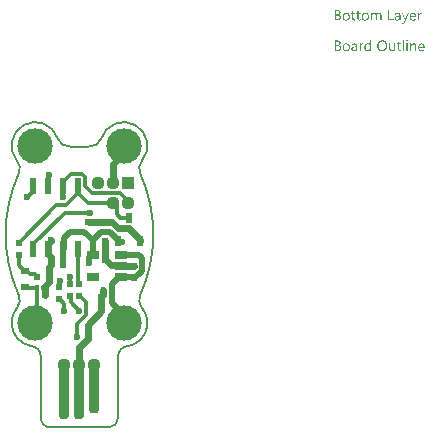
<source format=gbl>
G04*
G04 #@! TF.GenerationSoftware,Altium Limited,Altium Designer,21.9.2 (33)*
G04*
G04 Layer_Physical_Order=2*
G04 Layer_Color=16711680*
%FSAX25Y25*%
%MOIN*%
G70*
G04*
G04 #@! TF.SameCoordinates,55729F2E-D9A4-4FFF-85C7-0234479D7BD1*
G04*
G04*
G04 #@! TF.FilePolarity,Positive*
G04*
G01*
G75*
%ADD11C,0.00787*%
%ADD25C,0.02362*%
%ADD26C,0.01181*%
%ADD27C,0.01968*%
%ADD29C,0.11811*%
%ADD30C,0.04370*%
%ADD31R,0.04370X0.04370*%
%ADD32C,0.02362*%
G04:AMPARAMS|DCode=33|XSize=35.43mil|YSize=169.29mil|CornerRadius=13.82mil|HoleSize=0mil|Usage=FLASHONLY|Rotation=0.000|XOffset=0mil|YOffset=0mil|HoleType=Round|Shape=RoundedRectangle|*
%AMROUNDEDRECTD33*
21,1,0.03543,0.14165,0,0,0.0*
21,1,0.00780,0.16929,0,0,0.0*
1,1,0.02764,0.00390,-0.07083*
1,1,0.02764,-0.00390,-0.07083*
1,1,0.02764,-0.00390,0.07083*
1,1,0.02764,0.00390,0.07083*
%
%ADD33ROUNDEDRECTD33*%
G04:AMPARAMS|DCode=34|XSize=35.43mil|YSize=188.98mil|CornerRadius=13.82mil|HoleSize=0mil|Usage=FLASHONLY|Rotation=0.000|XOffset=0mil|YOffset=0mil|HoleType=Round|Shape=RoundedRectangle|*
%AMROUNDEDRECTD34*
21,1,0.03543,0.16134,0,0,0.0*
21,1,0.00780,0.18898,0,0,0.0*
1,1,0.02764,0.00390,-0.08067*
1,1,0.02764,-0.00390,-0.08067*
1,1,0.02764,-0.00390,0.08067*
1,1,0.02764,0.00390,0.08067*
%
%ADD34ROUNDEDRECTD34*%
%ADD35R,0.02362X0.03543*%
%ADD36R,0.01968X0.02165*%
%ADD37R,0.01181X0.02165*%
%ADD38R,0.02165X0.01968*%
%ADD39R,0.03150X0.02362*%
%ADD40R,0.02362X0.05512*%
%ADD41R,0.02165X0.01968*%
%ADD42R,0.03937X0.02756*%
G36*
X0099976Y0073824D02*
X0100032Y0073811D01*
X0100093Y0073799D01*
X0100162Y0073774D01*
X0100242Y0073743D01*
X0100316Y0073700D01*
X0100397Y0073650D01*
X0100471Y0073582D01*
X0100539Y0073496D01*
X0100601Y0073397D01*
X0100657Y0073285D01*
X0100694Y0073143D01*
X0100725Y0072988D01*
X0100731Y0072809D01*
Y0071261D01*
X0100329D01*
Y0072703D01*
Y0072710D01*
Y0072722D01*
Y0072741D01*
Y0072771D01*
X0100322Y0072846D01*
X0100310Y0072932D01*
X0100298Y0073031D01*
X0100273Y0073130D01*
X0100242Y0073223D01*
X0100199Y0073304D01*
X0100192Y0073310D01*
X0100174Y0073335D01*
X0100143Y0073366D01*
X0100093Y0073397D01*
X0100038Y0073434D01*
X0099963Y0073458D01*
X0099871Y0073483D01*
X0099765Y0073489D01*
X0099753D01*
X0099722Y0073483D01*
X0099673Y0073477D01*
X0099611Y0073458D01*
X0099542Y0073434D01*
X0099468Y0073390D01*
X0099394Y0073335D01*
X0099326Y0073254D01*
X0099320Y0073242D01*
X0099301Y0073211D01*
X0099270Y0073161D01*
X0099239Y0073093D01*
X0099202Y0073013D01*
X0099177Y0072920D01*
X0099153Y0072809D01*
X0099146Y0072691D01*
Y0071261D01*
X0098744D01*
Y0072753D01*
Y0072759D01*
Y0072784D01*
X0098738Y0072821D01*
Y0072870D01*
X0098725Y0072926D01*
X0098713Y0072988D01*
X0098694Y0073050D01*
X0098676Y0073124D01*
X0098645Y0073192D01*
X0098608Y0073254D01*
X0098558Y0073316D01*
X0098503Y0073372D01*
X0098441Y0073421D01*
X0098360Y0073458D01*
X0098274Y0073483D01*
X0098175Y0073489D01*
X0098162D01*
X0098131Y0073483D01*
X0098082Y0073477D01*
X0098020Y0073465D01*
X0097952Y0073434D01*
X0097877Y0073397D01*
X0097803Y0073341D01*
X0097735Y0073267D01*
X0097729Y0073254D01*
X0097710Y0073229D01*
X0097679Y0073180D01*
X0097648Y0073112D01*
X0097617Y0073031D01*
X0097587Y0072932D01*
X0097568Y0072821D01*
X0097562Y0072691D01*
Y0071261D01*
X0097159D01*
Y0073774D01*
X0097562D01*
Y0073372D01*
X0097574D01*
X0097580Y0073378D01*
X0097587Y0073390D01*
X0097605Y0073415D01*
X0097624Y0073446D01*
X0097685Y0073514D01*
X0097772Y0073601D01*
X0097884Y0073687D01*
X0098014Y0073756D01*
X0098094Y0073787D01*
X0098175Y0073811D01*
X0098261Y0073824D01*
X0098354Y0073830D01*
X0098397D01*
X0098447Y0073824D01*
X0098509Y0073811D01*
X0098577Y0073793D01*
X0098651Y0073768D01*
X0098725Y0073737D01*
X0098800Y0073687D01*
X0098806Y0073681D01*
X0098831Y0073663D01*
X0098862Y0073632D01*
X0098905Y0073589D01*
X0098948Y0073533D01*
X0098992Y0073471D01*
X0099035Y0073397D01*
X0099066Y0073310D01*
X0099072Y0073316D01*
X0099078Y0073335D01*
X0099097Y0073360D01*
X0099115Y0073390D01*
X0099146Y0073434D01*
X0099183Y0073477D01*
X0099227Y0073520D01*
X0099276Y0073570D01*
X0099332Y0073619D01*
X0099394Y0073663D01*
X0099462Y0073712D01*
X0099536Y0073749D01*
X0099617Y0073780D01*
X0099704Y0073805D01*
X0099803Y0073824D01*
X0099902Y0073830D01*
X0099939D01*
X0099976Y0073824D01*
D02*
G37*
G36*
X0114009Y0073811D02*
X0114083Y0073805D01*
X0114126Y0073793D01*
X0114157Y0073780D01*
Y0073366D01*
X0114151Y0073372D01*
X0114139Y0073378D01*
X0114114Y0073390D01*
X0114083Y0073409D01*
X0114040Y0073421D01*
X0113984Y0073434D01*
X0113922Y0073440D01*
X0113854Y0073446D01*
X0113841D01*
X0113811Y0073440D01*
X0113761Y0073434D01*
X0113705Y0073415D01*
X0113631Y0073384D01*
X0113563Y0073341D01*
X0113489Y0073279D01*
X0113420Y0073198D01*
X0113414Y0073186D01*
X0113396Y0073155D01*
X0113365Y0073099D01*
X0113334Y0073025D01*
X0113303Y0072932D01*
X0113272Y0072815D01*
X0113253Y0072685D01*
X0113247Y0072536D01*
Y0071261D01*
X0112845D01*
Y0073774D01*
X0113247D01*
Y0073254D01*
X0113260D01*
Y0073260D01*
X0113266Y0073267D01*
X0113278Y0073298D01*
X0113297Y0073347D01*
X0113328Y0073409D01*
X0113359Y0073471D01*
X0113408Y0073539D01*
X0113458Y0073607D01*
X0113520Y0073669D01*
X0113526Y0073675D01*
X0113550Y0073694D01*
X0113588Y0073719D01*
X0113637Y0073743D01*
X0113693Y0073768D01*
X0113761Y0073793D01*
X0113835Y0073811D01*
X0113916Y0073817D01*
X0113971D01*
X0114009Y0073811D01*
D02*
G37*
G36*
X0108630Y0070859D02*
X0108623Y0070853D01*
X0108617Y0070828D01*
X0108598Y0070784D01*
X0108574Y0070735D01*
X0108543Y0070679D01*
X0108500Y0070611D01*
X0108456Y0070543D01*
X0108407Y0070469D01*
X0108345Y0070394D01*
X0108283Y0070326D01*
X0108209Y0070258D01*
X0108128Y0070203D01*
X0108048Y0070153D01*
X0107955Y0070110D01*
X0107862Y0070085D01*
X0107757Y0070079D01*
X0107701D01*
X0107664Y0070085D01*
X0107583Y0070097D01*
X0107497Y0070116D01*
Y0070475D01*
X0107503D01*
X0107521Y0070469D01*
X0107546Y0070463D01*
X0107577Y0070456D01*
X0107651Y0070438D01*
X0107732Y0070432D01*
X0107744D01*
X0107781Y0070438D01*
X0107837Y0070450D01*
X0107905Y0070475D01*
X0107980Y0070518D01*
X0108017Y0070549D01*
X0108054Y0070586D01*
X0108091Y0070623D01*
X0108128Y0070673D01*
X0108159Y0070729D01*
X0108190Y0070791D01*
X0108394Y0071261D01*
X0107410Y0073774D01*
X0107856D01*
X0108537Y0071837D01*
Y0071830D01*
X0108543Y0071818D01*
X0108549Y0071800D01*
X0108555Y0071775D01*
X0108561Y0071738D01*
X0108574Y0071701D01*
X0108586Y0071645D01*
X0108605D01*
Y0071657D01*
X0108617Y0071694D01*
X0108630Y0071750D01*
X0108654Y0071830D01*
X0109366Y0073774D01*
X0109781D01*
X0108630Y0070859D01*
D02*
G37*
G36*
X0106222Y0073824D02*
X0106277Y0073817D01*
X0106345Y0073799D01*
X0106420Y0073780D01*
X0106500Y0073749D01*
X0106587Y0073712D01*
X0106667Y0073663D01*
X0106748Y0073601D01*
X0106822Y0073527D01*
X0106890Y0073434D01*
X0106946Y0073329D01*
X0106989Y0073205D01*
X0107014Y0073062D01*
X0107026Y0072895D01*
Y0071261D01*
X0106624D01*
Y0071651D01*
X0106612D01*
Y0071645D01*
X0106599Y0071632D01*
X0106587Y0071608D01*
X0106562Y0071583D01*
X0106500Y0071509D01*
X0106420Y0071428D01*
X0106308Y0071348D01*
X0106178Y0071273D01*
X0106098Y0071249D01*
X0106017Y0071224D01*
X0105931Y0071211D01*
X0105838Y0071205D01*
X0105801D01*
X0105776Y0071211D01*
X0105708Y0071218D01*
X0105627Y0071230D01*
X0105528Y0071255D01*
X0105435Y0071286D01*
X0105336Y0071335D01*
X0105250Y0071397D01*
X0105244Y0071410D01*
X0105219Y0071434D01*
X0105182Y0071478D01*
X0105145Y0071540D01*
X0105107Y0071614D01*
X0105070Y0071701D01*
X0105045Y0071806D01*
X0105039Y0071923D01*
Y0071930D01*
Y0071954D01*
X0105045Y0071991D01*
X0105052Y0072035D01*
X0105064Y0072091D01*
X0105083Y0072152D01*
X0105107Y0072220D01*
X0105145Y0072289D01*
X0105188Y0072363D01*
X0105244Y0072437D01*
X0105312Y0072505D01*
X0105392Y0072567D01*
X0105485Y0072629D01*
X0105596Y0072679D01*
X0105720Y0072716D01*
X0105869Y0072747D01*
X0106624Y0072852D01*
Y0072858D01*
Y0072877D01*
X0106618Y0072914D01*
Y0072951D01*
X0106605Y0073000D01*
X0106599Y0073056D01*
X0106562Y0073174D01*
X0106531Y0073229D01*
X0106500Y0073285D01*
X0106457Y0073341D01*
X0106407Y0073390D01*
X0106345Y0073434D01*
X0106277Y0073465D01*
X0106197Y0073483D01*
X0106104Y0073489D01*
X0106061D01*
X0106030Y0073483D01*
X0105986D01*
X0105943Y0073471D01*
X0105832Y0073452D01*
X0105708Y0073415D01*
X0105572Y0073360D01*
X0105497Y0073322D01*
X0105429Y0073285D01*
X0105355Y0073236D01*
X0105287Y0073180D01*
Y0073595D01*
X0105293D01*
X0105305Y0073607D01*
X0105324Y0073619D01*
X0105355Y0073632D01*
X0105386Y0073650D01*
X0105429Y0073669D01*
X0105479Y0073687D01*
X0105535Y0073712D01*
X0105658Y0073756D01*
X0105807Y0073793D01*
X0105968Y0073817D01*
X0106141Y0073830D01*
X0106178D01*
X0106222Y0073824D01*
D02*
G37*
G36*
X0103331Y0071632D02*
X0104742D01*
Y0071261D01*
X0102916D01*
Y0074777D01*
X0103331D01*
Y0071632D01*
D02*
G37*
G36*
X0086116Y0074771D02*
X0086160D01*
X0086203Y0074765D01*
X0086302Y0074752D01*
X0086420Y0074721D01*
X0086544Y0074684D01*
X0086661Y0074628D01*
X0086766Y0074554D01*
X0086773D01*
X0086779Y0074542D01*
X0086810Y0074517D01*
X0086853Y0074467D01*
X0086903Y0074399D01*
X0086946Y0074313D01*
X0086989Y0074214D01*
X0087020Y0074102D01*
X0087033Y0074040D01*
Y0073972D01*
Y0073966D01*
Y0073960D01*
Y0073923D01*
X0087026Y0073867D01*
X0087014Y0073799D01*
X0086995Y0073712D01*
X0086964Y0073626D01*
X0086927Y0073539D01*
X0086872Y0073452D01*
X0086865Y0073440D01*
X0086841Y0073415D01*
X0086804Y0073378D01*
X0086754Y0073329D01*
X0086692Y0073279D01*
X0086618Y0073223D01*
X0086525Y0073180D01*
X0086426Y0073137D01*
Y0073130D01*
X0086444D01*
X0086463Y0073124D01*
X0086482Y0073118D01*
X0086550Y0073106D01*
X0086630Y0073081D01*
X0086717Y0073044D01*
X0086810Y0073000D01*
X0086903Y0072939D01*
X0086989Y0072858D01*
X0087002Y0072846D01*
X0087026Y0072815D01*
X0087057Y0072771D01*
X0087101Y0072703D01*
X0087138Y0072617D01*
X0087175Y0072518D01*
X0087200Y0072400D01*
X0087206Y0072270D01*
Y0072264D01*
Y0072251D01*
Y0072227D01*
X0087200Y0072196D01*
X0087194Y0072159D01*
X0087187Y0072115D01*
X0087163Y0072010D01*
X0087125Y0071892D01*
X0087070Y0071769D01*
X0087033Y0071713D01*
X0086989Y0071651D01*
X0086933Y0071595D01*
X0086878Y0071540D01*
X0086872D01*
X0086865Y0071527D01*
X0086847Y0071515D01*
X0086822Y0071496D01*
X0086791Y0071478D01*
X0086748Y0071453D01*
X0086655Y0071403D01*
X0086537Y0071348D01*
X0086401Y0071304D01*
X0086240Y0071273D01*
X0086160Y0071267D01*
X0086067Y0071261D01*
X0085039D01*
Y0074777D01*
X0086085D01*
X0086116Y0074771D01*
D02*
G37*
G36*
X0093043Y0073774D02*
X0093681D01*
Y0073427D01*
X0093043D01*
Y0072010D01*
Y0071998D01*
Y0071967D01*
X0093049Y0071923D01*
X0093055Y0071868D01*
X0093080Y0071750D01*
X0093099Y0071694D01*
X0093130Y0071651D01*
X0093136Y0071645D01*
X0093148Y0071632D01*
X0093167Y0071620D01*
X0093198Y0071601D01*
X0093235Y0071577D01*
X0093284Y0071564D01*
X0093346Y0071552D01*
X0093414Y0071546D01*
X0093439D01*
X0093470Y0071552D01*
X0093507Y0071558D01*
X0093594Y0071583D01*
X0093637Y0071601D01*
X0093681Y0071626D01*
Y0071280D01*
X0093674D01*
X0093656Y0071267D01*
X0093625Y0071261D01*
X0093582Y0071249D01*
X0093526Y0071236D01*
X0093464Y0071224D01*
X0093390Y0071218D01*
X0093303Y0071211D01*
X0093272D01*
X0093241Y0071218D01*
X0093198Y0071224D01*
X0093148Y0071236D01*
X0093093Y0071249D01*
X0093037Y0071273D01*
X0092975Y0071304D01*
X0092913Y0071342D01*
X0092851Y0071391D01*
X0092795Y0071447D01*
X0092746Y0071521D01*
X0092703Y0071601D01*
X0092672Y0071701D01*
X0092647Y0071812D01*
X0092641Y0071942D01*
Y0073427D01*
X0092214D01*
Y0073774D01*
X0092641D01*
Y0074387D01*
X0093043Y0074517D01*
Y0073774D01*
D02*
G37*
G36*
X0091341D02*
X0091978D01*
Y0073427D01*
X0091341D01*
Y0072010D01*
Y0071998D01*
Y0071967D01*
X0091347Y0071923D01*
X0091353Y0071868D01*
X0091378Y0071750D01*
X0091396Y0071694D01*
X0091427Y0071651D01*
X0091434Y0071645D01*
X0091446Y0071632D01*
X0091465Y0071620D01*
X0091496Y0071601D01*
X0091533Y0071577D01*
X0091582Y0071564D01*
X0091644Y0071552D01*
X0091712Y0071546D01*
X0091737D01*
X0091768Y0071552D01*
X0091805Y0071558D01*
X0091892Y0071583D01*
X0091935Y0071601D01*
X0091978Y0071626D01*
Y0071280D01*
X0091972D01*
X0091954Y0071267D01*
X0091923Y0071261D01*
X0091879Y0071249D01*
X0091824Y0071236D01*
X0091762Y0071224D01*
X0091687Y0071218D01*
X0091601Y0071211D01*
X0091570D01*
X0091539Y0071218D01*
X0091496Y0071224D01*
X0091446Y0071236D01*
X0091390Y0071249D01*
X0091335Y0071273D01*
X0091273Y0071304D01*
X0091211Y0071342D01*
X0091149Y0071391D01*
X0091093Y0071447D01*
X0091044Y0071521D01*
X0091000Y0071601D01*
X0090969Y0071701D01*
X0090945Y0071812D01*
X0090938Y0071942D01*
Y0073427D01*
X0090511D01*
Y0073774D01*
X0090938D01*
Y0074387D01*
X0091341Y0074517D01*
Y0073774D01*
D02*
G37*
G36*
X0111285Y0073824D02*
X0111328Y0073817D01*
X0111372Y0073811D01*
X0111483Y0073793D01*
X0111607Y0073749D01*
X0111731Y0073694D01*
X0111793Y0073657D01*
X0111854Y0073613D01*
X0111910Y0073564D01*
X0111966Y0073508D01*
X0111972Y0073502D01*
X0111978Y0073496D01*
X0111991Y0073477D01*
X0112009Y0073452D01*
X0112028Y0073415D01*
X0112053Y0073378D01*
X0112077Y0073335D01*
X0112102Y0073279D01*
X0112127Y0073217D01*
X0112152Y0073155D01*
X0112176Y0073081D01*
X0112195Y0073000D01*
X0112214Y0072914D01*
X0112226Y0072827D01*
X0112238Y0072728D01*
Y0072623D01*
Y0072412D01*
X0110462D01*
Y0072406D01*
Y0072394D01*
Y0072375D01*
X0110468Y0072344D01*
X0110474Y0072307D01*
Y0072270D01*
X0110493Y0072171D01*
X0110524Y0072072D01*
X0110561Y0071961D01*
X0110617Y0071855D01*
X0110685Y0071762D01*
X0110697Y0071750D01*
X0110722Y0071725D01*
X0110771Y0071694D01*
X0110839Y0071651D01*
X0110926Y0071608D01*
X0111025Y0071577D01*
X0111143Y0071552D01*
X0111279Y0071540D01*
X0111322D01*
X0111353Y0071546D01*
X0111390D01*
X0111433Y0071552D01*
X0111539Y0071577D01*
X0111656Y0071608D01*
X0111786Y0071657D01*
X0111923Y0071725D01*
X0111991Y0071769D01*
X0112059Y0071818D01*
Y0071441D01*
X0112053D01*
X0112046Y0071428D01*
X0112028Y0071422D01*
X0111997Y0071403D01*
X0111966Y0071385D01*
X0111929Y0071366D01*
X0111879Y0071348D01*
X0111830Y0071323D01*
X0111768Y0071298D01*
X0111700Y0071280D01*
X0111551Y0071242D01*
X0111378Y0071218D01*
X0111186Y0071205D01*
X0111136D01*
X0111099Y0071211D01*
X0111056Y0071218D01*
X0111000Y0071224D01*
X0110883Y0071249D01*
X0110746Y0071286D01*
X0110610Y0071348D01*
X0110542Y0071391D01*
X0110474Y0071434D01*
X0110412Y0071484D01*
X0110350Y0071546D01*
X0110344Y0071552D01*
X0110338Y0071564D01*
X0110326Y0071583D01*
X0110301Y0071608D01*
X0110282Y0071645D01*
X0110257Y0071688D01*
X0110227Y0071738D01*
X0110202Y0071793D01*
X0110171Y0071855D01*
X0110146Y0071930D01*
X0110115Y0072010D01*
X0110097Y0072097D01*
X0110078Y0072189D01*
X0110059Y0072289D01*
X0110053Y0072394D01*
X0110047Y0072505D01*
Y0072511D01*
Y0072530D01*
Y0072561D01*
X0110053Y0072604D01*
X0110059Y0072654D01*
X0110065Y0072710D01*
X0110072Y0072778D01*
X0110090Y0072846D01*
X0110127Y0072994D01*
X0110183Y0073155D01*
X0110220Y0073236D01*
X0110270Y0073310D01*
X0110319Y0073390D01*
X0110375Y0073458D01*
X0110381Y0073465D01*
X0110394Y0073477D01*
X0110412Y0073496D01*
X0110437Y0073514D01*
X0110468Y0073545D01*
X0110505Y0073576D01*
X0110555Y0073607D01*
X0110604Y0073644D01*
X0110722Y0073712D01*
X0110864Y0073774D01*
X0110944Y0073793D01*
X0111025Y0073811D01*
X0111112Y0073824D01*
X0111205Y0073830D01*
X0111254D01*
X0111285Y0073824D01*
D02*
G37*
G36*
X0095420D02*
X0095463Y0073817D01*
X0095519Y0073811D01*
X0095643Y0073787D01*
X0095785Y0073743D01*
X0095928Y0073681D01*
X0096002Y0073644D01*
X0096070Y0073601D01*
X0096138Y0073545D01*
X0096200Y0073483D01*
X0096206Y0073477D01*
X0096212Y0073465D01*
X0096231Y0073446D01*
X0096250Y0073421D01*
X0096274Y0073384D01*
X0096299Y0073341D01*
X0096330Y0073291D01*
X0096361Y0073236D01*
X0096386Y0073168D01*
X0096417Y0073099D01*
X0096441Y0073019D01*
X0096466Y0072932D01*
X0096485Y0072839D01*
X0096503Y0072741D01*
X0096509Y0072635D01*
X0096516Y0072524D01*
Y0072518D01*
Y0072499D01*
Y0072468D01*
X0096509Y0072425D01*
X0096503Y0072375D01*
X0096497Y0072313D01*
X0096485Y0072251D01*
X0096472Y0072177D01*
X0096435Y0072029D01*
X0096373Y0071868D01*
X0096336Y0071787D01*
X0096287Y0071707D01*
X0096237Y0071632D01*
X0096175Y0071564D01*
X0096169Y0071558D01*
X0096157Y0071552D01*
X0096138Y0071533D01*
X0096113Y0071509D01*
X0096076Y0071484D01*
X0096039Y0071453D01*
X0095990Y0071416D01*
X0095934Y0071385D01*
X0095872Y0071354D01*
X0095804Y0071317D01*
X0095730Y0071286D01*
X0095649Y0071261D01*
X0095562Y0071236D01*
X0095469Y0071224D01*
X0095371Y0071211D01*
X0095265Y0071205D01*
X0095209D01*
X0095172Y0071211D01*
X0095129Y0071218D01*
X0095073Y0071224D01*
X0095012Y0071236D01*
X0094943Y0071249D01*
X0094801Y0071292D01*
X0094652Y0071354D01*
X0094578Y0071391D01*
X0094510Y0071441D01*
X0094442Y0071490D01*
X0094374Y0071552D01*
X0094368Y0071558D01*
X0094362Y0071571D01*
X0094343Y0071589D01*
X0094324Y0071614D01*
X0094300Y0071651D01*
X0094269Y0071694D01*
X0094238Y0071744D01*
X0094213Y0071800D01*
X0094182Y0071868D01*
X0094151Y0071936D01*
X0094120Y0072010D01*
X0094095Y0072097D01*
X0094058Y0072282D01*
X0094052Y0072381D01*
X0094046Y0072487D01*
Y0072493D01*
Y0072518D01*
Y0072549D01*
X0094052Y0072592D01*
X0094058Y0072641D01*
X0094064Y0072703D01*
X0094077Y0072771D01*
X0094089Y0072846D01*
X0094126Y0073007D01*
X0094188Y0073168D01*
X0094231Y0073248D01*
X0094275Y0073329D01*
X0094324Y0073403D01*
X0094386Y0073471D01*
X0094393Y0073477D01*
X0094405Y0073489D01*
X0094423Y0073502D01*
X0094448Y0073527D01*
X0094485Y0073551D01*
X0094529Y0073582D01*
X0094578Y0073619D01*
X0094634Y0073650D01*
X0094696Y0073681D01*
X0094770Y0073719D01*
X0094844Y0073749D01*
X0094931Y0073774D01*
X0095018Y0073799D01*
X0095117Y0073817D01*
X0095222Y0073824D01*
X0095327Y0073830D01*
X0095383D01*
X0095420Y0073824D01*
D02*
G37*
G36*
X0089069D02*
X0089112Y0073817D01*
X0089168Y0073811D01*
X0089292Y0073787D01*
X0089434Y0073743D01*
X0089577Y0073681D01*
X0089651Y0073644D01*
X0089719Y0073601D01*
X0089787Y0073545D01*
X0089849Y0073483D01*
X0089855Y0073477D01*
X0089861Y0073465D01*
X0089880Y0073446D01*
X0089899Y0073421D01*
X0089923Y0073384D01*
X0089948Y0073341D01*
X0089979Y0073291D01*
X0090010Y0073236D01*
X0090035Y0073168D01*
X0090066Y0073099D01*
X0090090Y0073019D01*
X0090115Y0072932D01*
X0090134Y0072839D01*
X0090152Y0072741D01*
X0090158Y0072635D01*
X0090165Y0072524D01*
Y0072518D01*
Y0072499D01*
Y0072468D01*
X0090158Y0072425D01*
X0090152Y0072375D01*
X0090146Y0072313D01*
X0090134Y0072251D01*
X0090121Y0072177D01*
X0090084Y0072029D01*
X0090022Y0071868D01*
X0089985Y0071787D01*
X0089936Y0071707D01*
X0089886Y0071632D01*
X0089824Y0071564D01*
X0089818Y0071558D01*
X0089806Y0071552D01*
X0089787Y0071533D01*
X0089762Y0071509D01*
X0089725Y0071484D01*
X0089688Y0071453D01*
X0089639Y0071416D01*
X0089583Y0071385D01*
X0089521Y0071354D01*
X0089453Y0071317D01*
X0089379Y0071286D01*
X0089298Y0071261D01*
X0089211Y0071236D01*
X0089119Y0071224D01*
X0089020Y0071211D01*
X0088914Y0071205D01*
X0088859D01*
X0088822Y0071211D01*
X0088778Y0071218D01*
X0088722Y0071224D01*
X0088661Y0071236D01*
X0088592Y0071249D01*
X0088450Y0071292D01*
X0088301Y0071354D01*
X0088227Y0071391D01*
X0088159Y0071441D01*
X0088091Y0071490D01*
X0088023Y0071552D01*
X0088017Y0071558D01*
X0088011Y0071571D01*
X0087992Y0071589D01*
X0087973Y0071614D01*
X0087949Y0071651D01*
X0087918Y0071694D01*
X0087887Y0071744D01*
X0087862Y0071800D01*
X0087831Y0071868D01*
X0087800Y0071936D01*
X0087769Y0072010D01*
X0087744Y0072097D01*
X0087707Y0072282D01*
X0087701Y0072381D01*
X0087695Y0072487D01*
Y0072493D01*
Y0072518D01*
Y0072549D01*
X0087701Y0072592D01*
X0087707Y0072641D01*
X0087713Y0072703D01*
X0087726Y0072771D01*
X0087738Y0072846D01*
X0087775Y0073007D01*
X0087837Y0073168D01*
X0087881Y0073248D01*
X0087924Y0073329D01*
X0087973Y0073403D01*
X0088035Y0073471D01*
X0088042Y0073477D01*
X0088054Y0073489D01*
X0088073Y0073502D01*
X0088097Y0073527D01*
X0088134Y0073551D01*
X0088178Y0073582D01*
X0088227Y0073619D01*
X0088283Y0073650D01*
X0088345Y0073681D01*
X0088419Y0073719D01*
X0088493Y0073749D01*
X0088580Y0073774D01*
X0088667Y0073799D01*
X0088766Y0073817D01*
X0088871Y0073824D01*
X0088976Y0073830D01*
X0089032D01*
X0089069Y0073824D01*
D02*
G37*
G36*
X0109248Y0064744D02*
X0109273D01*
X0109329Y0064719D01*
X0109360Y0064701D01*
X0109391Y0064676D01*
X0109397Y0064670D01*
X0109403Y0064663D01*
X0109434Y0064626D01*
X0109459Y0064564D01*
X0109465Y0064527D01*
X0109471Y0064490D01*
Y0064484D01*
Y0064472D01*
X0109465Y0064453D01*
X0109459Y0064428D01*
X0109440Y0064366D01*
X0109416Y0064335D01*
X0109391Y0064304D01*
X0109385D01*
X0109378Y0064292D01*
X0109341Y0064267D01*
X0109286Y0064242D01*
X0109248Y0064236D01*
X0109211Y0064230D01*
X0109193D01*
X0109174Y0064236D01*
X0109149D01*
X0109088Y0064261D01*
X0109057Y0064273D01*
X0109026Y0064298D01*
Y0064304D01*
X0109013Y0064310D01*
X0109001Y0064329D01*
X0108988Y0064348D01*
X0108964Y0064410D01*
X0108958Y0064447D01*
X0108951Y0064490D01*
Y0064496D01*
Y0064509D01*
X0108958Y0064527D01*
X0108964Y0064558D01*
X0108982Y0064614D01*
X0109001Y0064645D01*
X0109026Y0064676D01*
X0109032Y0064682D01*
X0109038Y0064688D01*
X0109075Y0064713D01*
X0109137Y0064738D01*
X0109174Y0064750D01*
X0109230D01*
X0109248Y0064744D01*
D02*
G37*
G36*
X0097258Y0061079D02*
X0096856D01*
Y0061500D01*
X0096844D01*
Y0061494D01*
X0096831Y0061482D01*
X0096813Y0061457D01*
X0096794Y0061426D01*
X0096763Y0061389D01*
X0096726Y0061352D01*
X0096683Y0061308D01*
X0096633Y0061265D01*
X0096578Y0061216D01*
X0096509Y0061172D01*
X0096441Y0061135D01*
X0096361Y0061098D01*
X0096280Y0061067D01*
X0096188Y0061042D01*
X0096088Y0061030D01*
X0095983Y0061024D01*
X0095940D01*
X0095903Y0061030D01*
X0095866Y0061036D01*
X0095816Y0061042D01*
X0095711Y0061067D01*
X0095587Y0061104D01*
X0095463Y0061166D01*
X0095395Y0061203D01*
X0095340Y0061247D01*
X0095278Y0061302D01*
X0095222Y0061358D01*
Y0061364D01*
X0095209Y0061377D01*
X0095197Y0061395D01*
X0095179Y0061420D01*
X0095160Y0061451D01*
X0095135Y0061494D01*
X0095110Y0061544D01*
X0095086Y0061599D01*
X0095055Y0061661D01*
X0095030Y0061729D01*
X0095005Y0061804D01*
X0094987Y0061884D01*
X0094968Y0061971D01*
X0094956Y0062070D01*
X0094950Y0062169D01*
X0094943Y0062274D01*
Y0062280D01*
Y0062299D01*
Y0062336D01*
X0094950Y0062379D01*
X0094956Y0062429D01*
X0094962Y0062491D01*
X0094968Y0062559D01*
X0094981Y0062633D01*
X0095018Y0062794D01*
X0095073Y0062961D01*
X0095110Y0063042D01*
X0095154Y0063122D01*
X0095197Y0063196D01*
X0095253Y0063271D01*
X0095259Y0063277D01*
X0095265Y0063289D01*
X0095284Y0063308D01*
X0095309Y0063332D01*
X0095340Y0063357D01*
X0095383Y0063388D01*
X0095426Y0063425D01*
X0095476Y0063463D01*
X0095600Y0063531D01*
X0095742Y0063592D01*
X0095822Y0063611D01*
X0095909Y0063630D01*
X0095996Y0063642D01*
X0096095Y0063648D01*
X0096144D01*
X0096181Y0063642D01*
X0096219Y0063636D01*
X0096268Y0063630D01*
X0096379Y0063599D01*
X0096503Y0063549D01*
X0096565Y0063518D01*
X0096627Y0063475D01*
X0096689Y0063432D01*
X0096745Y0063376D01*
X0096794Y0063314D01*
X0096844Y0063240D01*
X0096856D01*
Y0064799D01*
X0097258D01*
Y0061079D01*
D02*
G37*
G36*
X0111526Y0063642D02*
X0111601Y0063636D01*
X0111694Y0063617D01*
X0111793Y0063586D01*
X0111898Y0063537D01*
X0112003Y0063469D01*
X0112046Y0063432D01*
X0112090Y0063382D01*
X0112102Y0063370D01*
X0112127Y0063332D01*
X0112158Y0063271D01*
X0112201Y0063184D01*
X0112238Y0063079D01*
X0112275Y0062949D01*
X0112300Y0062794D01*
X0112306Y0062615D01*
Y0061079D01*
X0111904D01*
Y0062509D01*
Y0062515D01*
Y0062546D01*
X0111898Y0062584D01*
Y0062633D01*
X0111885Y0062695D01*
X0111873Y0062763D01*
X0111854Y0062837D01*
X0111830Y0062912D01*
X0111799Y0062986D01*
X0111762Y0063054D01*
X0111712Y0063122D01*
X0111656Y0063184D01*
X0111594Y0063234D01*
X0111514Y0063271D01*
X0111427Y0063302D01*
X0111322Y0063308D01*
X0111310D01*
X0111273Y0063302D01*
X0111217Y0063295D01*
X0111149Y0063277D01*
X0111068Y0063252D01*
X0110982Y0063209D01*
X0110901Y0063153D01*
X0110821Y0063079D01*
X0110814Y0063066D01*
X0110790Y0063042D01*
X0110759Y0062992D01*
X0110722Y0062924D01*
X0110685Y0062844D01*
X0110654Y0062744D01*
X0110629Y0062633D01*
X0110623Y0062509D01*
Y0061079D01*
X0110220D01*
Y0063592D01*
X0110623D01*
Y0063172D01*
X0110635D01*
X0110641Y0063178D01*
X0110647Y0063190D01*
X0110666Y0063215D01*
X0110691Y0063246D01*
X0110715Y0063283D01*
X0110753Y0063320D01*
X0110796Y0063363D01*
X0110845Y0063413D01*
X0110901Y0063456D01*
X0110963Y0063500D01*
X0111031Y0063537D01*
X0111106Y0063574D01*
X0111180Y0063605D01*
X0111266Y0063630D01*
X0111359Y0063642D01*
X0111458Y0063648D01*
X0111495D01*
X0111526Y0063642D01*
D02*
G37*
G36*
X0094529Y0063630D02*
X0094603Y0063623D01*
X0094646Y0063611D01*
X0094677Y0063599D01*
Y0063184D01*
X0094671Y0063190D01*
X0094659Y0063196D01*
X0094634Y0063209D01*
X0094603Y0063227D01*
X0094560Y0063240D01*
X0094504Y0063252D01*
X0094442Y0063258D01*
X0094374Y0063264D01*
X0094362D01*
X0094331Y0063258D01*
X0094281Y0063252D01*
X0094225Y0063234D01*
X0094151Y0063203D01*
X0094083Y0063159D01*
X0094009Y0063097D01*
X0093941Y0063017D01*
X0093934Y0063004D01*
X0093916Y0062973D01*
X0093885Y0062918D01*
X0093854Y0062844D01*
X0093823Y0062751D01*
X0093792Y0062633D01*
X0093774Y0062503D01*
X0093767Y0062354D01*
Y0061079D01*
X0093365D01*
Y0063592D01*
X0093767D01*
Y0063073D01*
X0093780D01*
Y0063079D01*
X0093786Y0063085D01*
X0093798Y0063116D01*
X0093817Y0063165D01*
X0093848Y0063227D01*
X0093879Y0063289D01*
X0093928Y0063357D01*
X0093978Y0063425D01*
X0094040Y0063487D01*
X0094046Y0063493D01*
X0094071Y0063512D01*
X0094108Y0063537D01*
X0094157Y0063561D01*
X0094213Y0063586D01*
X0094281Y0063611D01*
X0094355Y0063630D01*
X0094436Y0063636D01*
X0094491D01*
X0094529Y0063630D01*
D02*
G37*
G36*
X0105268Y0061079D02*
X0104866D01*
Y0061475D01*
X0104854D01*
Y0061469D01*
X0104841Y0061457D01*
X0104829Y0061432D01*
X0104804Y0061407D01*
X0104748Y0061333D01*
X0104662Y0061253D01*
X0104612Y0061209D01*
X0104556Y0061166D01*
X0104495Y0061129D01*
X0104420Y0061092D01*
X0104346Y0061067D01*
X0104265Y0061042D01*
X0104173Y0061030D01*
X0104080Y0061024D01*
X0104043D01*
X0103999Y0061030D01*
X0103937Y0061042D01*
X0103869Y0061055D01*
X0103795Y0061079D01*
X0103715Y0061110D01*
X0103634Y0061160D01*
X0103548Y0061216D01*
X0103467Y0061284D01*
X0103393Y0061370D01*
X0103325Y0061475D01*
X0103263Y0061593D01*
X0103219Y0061735D01*
X0103195Y0061903D01*
X0103182Y0061989D01*
Y0062088D01*
Y0063592D01*
X0103578D01*
Y0062150D01*
Y0062144D01*
Y0062119D01*
X0103585Y0062076D01*
X0103591Y0062026D01*
X0103597Y0061964D01*
X0103609Y0061903D01*
X0103628Y0061828D01*
X0103653Y0061754D01*
X0103690Y0061680D01*
X0103727Y0061612D01*
X0103777Y0061544D01*
X0103838Y0061482D01*
X0103907Y0061432D01*
X0103987Y0061395D01*
X0104086Y0061364D01*
X0104191Y0061358D01*
X0104204D01*
X0104241Y0061364D01*
X0104297Y0061370D01*
X0104358Y0061383D01*
X0104439Y0061414D01*
X0104519Y0061451D01*
X0104600Y0061500D01*
X0104674Y0061575D01*
X0104680Y0061587D01*
X0104705Y0061612D01*
X0104736Y0061661D01*
X0104773Y0061729D01*
X0104804Y0061810D01*
X0104835Y0061909D01*
X0104860Y0062020D01*
X0104866Y0062144D01*
Y0063592D01*
X0105268D01*
Y0061079D01*
D02*
G37*
G36*
X0109403D02*
X0109001D01*
Y0063592D01*
X0109403D01*
Y0061079D01*
D02*
G37*
G36*
X0108184D02*
X0107781D01*
Y0064799D01*
X0108184D01*
Y0061079D01*
D02*
G37*
G36*
X0091805Y0063642D02*
X0091861Y0063636D01*
X0091929Y0063617D01*
X0092003Y0063599D01*
X0092084Y0063568D01*
X0092170Y0063531D01*
X0092251Y0063481D01*
X0092331Y0063419D01*
X0092405Y0063345D01*
X0092474Y0063252D01*
X0092529Y0063147D01*
X0092573Y0063023D01*
X0092597Y0062881D01*
X0092610Y0062713D01*
Y0061079D01*
X0092207D01*
Y0061469D01*
X0092195D01*
Y0061463D01*
X0092183Y0061451D01*
X0092170Y0061426D01*
X0092146Y0061401D01*
X0092084Y0061327D01*
X0092003Y0061247D01*
X0091892Y0061166D01*
X0091762Y0061092D01*
X0091681Y0061067D01*
X0091601Y0061042D01*
X0091514Y0061030D01*
X0091421Y0061024D01*
X0091384D01*
X0091359Y0061030D01*
X0091291Y0061036D01*
X0091211Y0061048D01*
X0091112Y0061073D01*
X0091019Y0061104D01*
X0090920Y0061154D01*
X0090833Y0061216D01*
X0090827Y0061228D01*
X0090802Y0061253D01*
X0090765Y0061296D01*
X0090728Y0061358D01*
X0090691Y0061432D01*
X0090654Y0061519D01*
X0090629Y0061624D01*
X0090623Y0061742D01*
Y0061748D01*
Y0061773D01*
X0090629Y0061810D01*
X0090635Y0061853D01*
X0090648Y0061909D01*
X0090666Y0061971D01*
X0090691Y0062039D01*
X0090728Y0062107D01*
X0090771Y0062181D01*
X0090827Y0062255D01*
X0090895Y0062323D01*
X0090976Y0062385D01*
X0091068Y0062447D01*
X0091180Y0062497D01*
X0091304Y0062534D01*
X0091452Y0062565D01*
X0092207Y0062670D01*
Y0062676D01*
Y0062695D01*
X0092201Y0062732D01*
Y0062769D01*
X0092189Y0062819D01*
X0092183Y0062875D01*
X0092146Y0062992D01*
X0092115Y0063048D01*
X0092084Y0063103D01*
X0092040Y0063159D01*
X0091991Y0063209D01*
X0091929Y0063252D01*
X0091861Y0063283D01*
X0091780Y0063302D01*
X0091687Y0063308D01*
X0091644D01*
X0091613Y0063302D01*
X0091570D01*
X0091527Y0063289D01*
X0091415Y0063271D01*
X0091291Y0063234D01*
X0091155Y0063178D01*
X0091081Y0063141D01*
X0091013Y0063103D01*
X0090938Y0063054D01*
X0090870Y0062998D01*
Y0063413D01*
X0090877D01*
X0090889Y0063425D01*
X0090908Y0063438D01*
X0090938Y0063450D01*
X0090969Y0063469D01*
X0091013Y0063487D01*
X0091062Y0063506D01*
X0091118Y0063531D01*
X0091242Y0063574D01*
X0091390Y0063611D01*
X0091551Y0063636D01*
X0091725Y0063648D01*
X0091762D01*
X0091805Y0063642D01*
D02*
G37*
G36*
X0086116Y0064589D02*
X0086160D01*
X0086203Y0064583D01*
X0086302Y0064570D01*
X0086420Y0064540D01*
X0086544Y0064502D01*
X0086661Y0064447D01*
X0086766Y0064372D01*
X0086773D01*
X0086779Y0064360D01*
X0086810Y0064335D01*
X0086853Y0064286D01*
X0086903Y0064218D01*
X0086946Y0064131D01*
X0086989Y0064032D01*
X0087020Y0063921D01*
X0087033Y0063859D01*
Y0063791D01*
Y0063784D01*
Y0063778D01*
Y0063741D01*
X0087026Y0063685D01*
X0087014Y0063617D01*
X0086995Y0063531D01*
X0086964Y0063444D01*
X0086927Y0063357D01*
X0086872Y0063271D01*
X0086865Y0063258D01*
X0086841Y0063234D01*
X0086804Y0063196D01*
X0086754Y0063147D01*
X0086692Y0063097D01*
X0086618Y0063042D01*
X0086525Y0062998D01*
X0086426Y0062955D01*
Y0062949D01*
X0086444D01*
X0086463Y0062942D01*
X0086482Y0062936D01*
X0086550Y0062924D01*
X0086630Y0062899D01*
X0086717Y0062862D01*
X0086810Y0062819D01*
X0086903Y0062757D01*
X0086989Y0062676D01*
X0087002Y0062664D01*
X0087026Y0062633D01*
X0087057Y0062590D01*
X0087101Y0062522D01*
X0087138Y0062435D01*
X0087175Y0062336D01*
X0087200Y0062218D01*
X0087206Y0062088D01*
Y0062082D01*
Y0062070D01*
Y0062045D01*
X0087200Y0062014D01*
X0087194Y0061977D01*
X0087187Y0061934D01*
X0087163Y0061828D01*
X0087125Y0061711D01*
X0087070Y0061587D01*
X0087033Y0061531D01*
X0086989Y0061469D01*
X0086933Y0061414D01*
X0086878Y0061358D01*
X0086872D01*
X0086865Y0061345D01*
X0086847Y0061333D01*
X0086822Y0061315D01*
X0086791Y0061296D01*
X0086748Y0061271D01*
X0086655Y0061222D01*
X0086537Y0061166D01*
X0086401Y0061123D01*
X0086240Y0061092D01*
X0086160Y0061085D01*
X0086067Y0061079D01*
X0085039D01*
Y0064595D01*
X0086085D01*
X0086116Y0064589D01*
D02*
G37*
G36*
X0106612Y0063592D02*
X0107249D01*
Y0063246D01*
X0106612D01*
Y0061828D01*
Y0061816D01*
Y0061785D01*
X0106618Y0061742D01*
X0106624Y0061686D01*
X0106649Y0061568D01*
X0106667Y0061513D01*
X0106698Y0061469D01*
X0106704Y0061463D01*
X0106717Y0061451D01*
X0106735Y0061438D01*
X0106766Y0061420D01*
X0106803Y0061395D01*
X0106853Y0061383D01*
X0106915Y0061370D01*
X0106983Y0061364D01*
X0107008D01*
X0107039Y0061370D01*
X0107076Y0061377D01*
X0107162Y0061401D01*
X0107206Y0061420D01*
X0107249Y0061445D01*
Y0061098D01*
X0107243D01*
X0107224Y0061085D01*
X0107193Y0061079D01*
X0107150Y0061067D01*
X0107094Y0061055D01*
X0107032Y0061042D01*
X0106958Y0061036D01*
X0106871Y0061030D01*
X0106841D01*
X0106810Y0061036D01*
X0106766Y0061042D01*
X0106717Y0061055D01*
X0106661Y0061067D01*
X0106605Y0061092D01*
X0106543Y0061123D01*
X0106482Y0061160D01*
X0106420Y0061209D01*
X0106364Y0061265D01*
X0106314Y0061339D01*
X0106271Y0061420D01*
X0106240Y0061519D01*
X0106215Y0061630D01*
X0106209Y0061760D01*
Y0063246D01*
X0105782D01*
Y0063592D01*
X0106209D01*
Y0064205D01*
X0106612Y0064335D01*
Y0063592D01*
D02*
G37*
G36*
X0114139Y0063642D02*
X0114182Y0063636D01*
X0114225Y0063630D01*
X0114337Y0063611D01*
X0114460Y0063568D01*
X0114584Y0063512D01*
X0114646Y0063475D01*
X0114708Y0063432D01*
X0114764Y0063382D01*
X0114820Y0063326D01*
X0114826Y0063320D01*
X0114832Y0063314D01*
X0114844Y0063295D01*
X0114863Y0063271D01*
X0114881Y0063234D01*
X0114906Y0063196D01*
X0114931Y0063153D01*
X0114956Y0063097D01*
X0114980Y0063035D01*
X0115005Y0062973D01*
X0115030Y0062899D01*
X0115049Y0062819D01*
X0115067Y0062732D01*
X0115079Y0062645D01*
X0115092Y0062546D01*
Y0062441D01*
Y0062231D01*
X0113315D01*
Y0062225D01*
Y0062212D01*
Y0062194D01*
X0113321Y0062163D01*
X0113328Y0062125D01*
Y0062088D01*
X0113346Y0061989D01*
X0113377Y0061890D01*
X0113414Y0061779D01*
X0113470Y0061674D01*
X0113538Y0061581D01*
X0113550Y0061568D01*
X0113575Y0061544D01*
X0113625Y0061513D01*
X0113693Y0061469D01*
X0113779Y0061426D01*
X0113879Y0061395D01*
X0113996Y0061370D01*
X0114132Y0061358D01*
X0114176D01*
X0114207Y0061364D01*
X0114244D01*
X0114287Y0061370D01*
X0114392Y0061395D01*
X0114510Y0061426D01*
X0114640Y0061475D01*
X0114776Y0061544D01*
X0114844Y0061587D01*
X0114912Y0061637D01*
Y0061259D01*
X0114906D01*
X0114900Y0061247D01*
X0114881Y0061240D01*
X0114850Y0061222D01*
X0114820Y0061203D01*
X0114782Y0061185D01*
X0114733Y0061166D01*
X0114683Y0061141D01*
X0114621Y0061116D01*
X0114553Y0061098D01*
X0114405Y0061061D01*
X0114231Y0061036D01*
X0114040Y0061024D01*
X0113990D01*
X0113953Y0061030D01*
X0113909Y0061036D01*
X0113854Y0061042D01*
X0113736Y0061067D01*
X0113600Y0061104D01*
X0113464Y0061166D01*
X0113396Y0061209D01*
X0113328Y0061253D01*
X0113266Y0061302D01*
X0113204Y0061364D01*
X0113198Y0061370D01*
X0113191Y0061383D01*
X0113179Y0061401D01*
X0113154Y0061426D01*
X0113136Y0061463D01*
X0113111Y0061506D01*
X0113080Y0061556D01*
X0113055Y0061612D01*
X0113024Y0061674D01*
X0113000Y0061748D01*
X0112969Y0061828D01*
X0112950Y0061915D01*
X0112932Y0062008D01*
X0112913Y0062107D01*
X0112907Y0062212D01*
X0112901Y0062323D01*
Y0062330D01*
Y0062348D01*
Y0062379D01*
X0112907Y0062423D01*
X0112913Y0062472D01*
X0112919Y0062528D01*
X0112925Y0062596D01*
X0112944Y0062664D01*
X0112981Y0062813D01*
X0113037Y0062973D01*
X0113074Y0063054D01*
X0113123Y0063128D01*
X0113173Y0063209D01*
X0113229Y0063277D01*
X0113235Y0063283D01*
X0113247Y0063295D01*
X0113266Y0063314D01*
X0113291Y0063332D01*
X0113321Y0063363D01*
X0113359Y0063394D01*
X0113408Y0063425D01*
X0113458Y0063463D01*
X0113575Y0063531D01*
X0113718Y0063592D01*
X0113798Y0063611D01*
X0113879Y0063630D01*
X0113965Y0063642D01*
X0114058Y0063648D01*
X0114108D01*
X0114139Y0063642D01*
D02*
G37*
G36*
X0101096Y0064651D02*
X0101158Y0064645D01*
X0101232Y0064632D01*
X0101313Y0064614D01*
X0101400Y0064595D01*
X0101486Y0064570D01*
X0101585Y0064540D01*
X0101678Y0064496D01*
X0101777Y0064447D01*
X0101876Y0064391D01*
X0101969Y0064323D01*
X0102062Y0064249D01*
X0102148Y0064162D01*
X0102155Y0064156D01*
X0102167Y0064137D01*
X0102192Y0064113D01*
X0102217Y0064075D01*
X0102254Y0064026D01*
X0102291Y0063964D01*
X0102328Y0063896D01*
X0102371Y0063822D01*
X0102415Y0063729D01*
X0102452Y0063636D01*
X0102489Y0063531D01*
X0102526Y0063413D01*
X0102551Y0063295D01*
X0102576Y0063165D01*
X0102588Y0063023D01*
X0102594Y0062881D01*
Y0062868D01*
Y0062844D01*
Y0062800D01*
X0102588Y0062738D01*
X0102582Y0062664D01*
X0102569Y0062584D01*
X0102557Y0062491D01*
X0102539Y0062385D01*
X0102514Y0062280D01*
X0102483Y0062169D01*
X0102446Y0062057D01*
X0102402Y0061946D01*
X0102347Y0061828D01*
X0102285Y0061723D01*
X0102217Y0061618D01*
X0102136Y0061519D01*
X0102130Y0061513D01*
X0102118Y0061500D01*
X0102087Y0061475D01*
X0102056Y0061445D01*
X0102006Y0061401D01*
X0101951Y0061364D01*
X0101889Y0061315D01*
X0101814Y0061271D01*
X0101734Y0061228D01*
X0101641Y0061178D01*
X0101542Y0061141D01*
X0101430Y0061104D01*
X0101313Y0061067D01*
X0101189Y0061042D01*
X0101059Y0061030D01*
X0100917Y0061024D01*
X0100886D01*
X0100842Y0061030D01*
X0100793D01*
X0100731Y0061036D01*
X0100657Y0061048D01*
X0100576Y0061067D01*
X0100483Y0061085D01*
X0100391Y0061110D01*
X0100292Y0061141D01*
X0100192Y0061185D01*
X0100093Y0061228D01*
X0099994Y0061284D01*
X0099895Y0061352D01*
X0099803Y0061426D01*
X0099716Y0061513D01*
X0099710Y0061519D01*
X0099697Y0061537D01*
X0099673Y0061562D01*
X0099648Y0061599D01*
X0099611Y0061649D01*
X0099573Y0061711D01*
X0099536Y0061779D01*
X0099493Y0061859D01*
X0099450Y0061946D01*
X0099413Y0062039D01*
X0099375Y0062144D01*
X0099338Y0062262D01*
X0099313Y0062379D01*
X0099289Y0062509D01*
X0099276Y0062652D01*
X0099270Y0062794D01*
Y0062806D01*
Y0062831D01*
X0099276Y0062875D01*
Y0062936D01*
X0099283Y0063004D01*
X0099295Y0063091D01*
X0099307Y0063184D01*
X0099326Y0063283D01*
X0099351Y0063388D01*
X0099382Y0063500D01*
X0099419Y0063611D01*
X0099462Y0063722D01*
X0099518Y0063834D01*
X0099580Y0063945D01*
X0099648Y0064051D01*
X0099728Y0064150D01*
X0099734Y0064156D01*
X0099747Y0064174D01*
X0099778Y0064199D01*
X0099815Y0064230D01*
X0099858Y0064267D01*
X0099914Y0064310D01*
X0099982Y0064354D01*
X0100056Y0064403D01*
X0100143Y0064453D01*
X0100236Y0064496D01*
X0100335Y0064540D01*
X0100446Y0064577D01*
X0100570Y0064608D01*
X0100700Y0064639D01*
X0100836Y0064651D01*
X0100979Y0064657D01*
X0101047D01*
X0101096Y0064651D01*
D02*
G37*
G36*
X0089069Y0063642D02*
X0089112Y0063636D01*
X0089168Y0063630D01*
X0089292Y0063605D01*
X0089434Y0063561D01*
X0089577Y0063500D01*
X0089651Y0063463D01*
X0089719Y0063419D01*
X0089787Y0063363D01*
X0089849Y0063302D01*
X0089855Y0063295D01*
X0089861Y0063283D01*
X0089880Y0063264D01*
X0089899Y0063240D01*
X0089923Y0063203D01*
X0089948Y0063159D01*
X0089979Y0063110D01*
X0090010Y0063054D01*
X0090035Y0062986D01*
X0090066Y0062918D01*
X0090090Y0062837D01*
X0090115Y0062751D01*
X0090134Y0062658D01*
X0090152Y0062559D01*
X0090158Y0062454D01*
X0090165Y0062342D01*
Y0062336D01*
Y0062317D01*
Y0062286D01*
X0090158Y0062243D01*
X0090152Y0062194D01*
X0090146Y0062132D01*
X0090134Y0062070D01*
X0090121Y0061996D01*
X0090084Y0061847D01*
X0090022Y0061686D01*
X0089985Y0061606D01*
X0089936Y0061525D01*
X0089886Y0061451D01*
X0089824Y0061383D01*
X0089818Y0061377D01*
X0089806Y0061370D01*
X0089787Y0061352D01*
X0089762Y0061327D01*
X0089725Y0061302D01*
X0089688Y0061271D01*
X0089639Y0061234D01*
X0089583Y0061203D01*
X0089521Y0061172D01*
X0089453Y0061135D01*
X0089379Y0061104D01*
X0089298Y0061079D01*
X0089211Y0061055D01*
X0089119Y0061042D01*
X0089020Y0061030D01*
X0088914Y0061024D01*
X0088859D01*
X0088822Y0061030D01*
X0088778Y0061036D01*
X0088722Y0061042D01*
X0088661Y0061055D01*
X0088592Y0061067D01*
X0088450Y0061110D01*
X0088301Y0061172D01*
X0088227Y0061209D01*
X0088159Y0061259D01*
X0088091Y0061308D01*
X0088023Y0061370D01*
X0088017Y0061377D01*
X0088011Y0061389D01*
X0087992Y0061407D01*
X0087973Y0061432D01*
X0087949Y0061469D01*
X0087918Y0061513D01*
X0087887Y0061562D01*
X0087862Y0061618D01*
X0087831Y0061686D01*
X0087800Y0061754D01*
X0087769Y0061828D01*
X0087744Y0061915D01*
X0087707Y0062101D01*
X0087701Y0062200D01*
X0087695Y0062305D01*
Y0062311D01*
Y0062336D01*
Y0062367D01*
X0087701Y0062410D01*
X0087707Y0062460D01*
X0087713Y0062522D01*
X0087726Y0062590D01*
X0087738Y0062664D01*
X0087775Y0062825D01*
X0087837Y0062986D01*
X0087881Y0063066D01*
X0087924Y0063147D01*
X0087973Y0063221D01*
X0088035Y0063289D01*
X0088042Y0063295D01*
X0088054Y0063308D01*
X0088073Y0063320D01*
X0088097Y0063345D01*
X0088134Y0063370D01*
X0088178Y0063401D01*
X0088227Y0063438D01*
X0088283Y0063469D01*
X0088345Y0063500D01*
X0088419Y0063537D01*
X0088493Y0063568D01*
X0088580Y0063592D01*
X0088667Y0063617D01*
X0088766Y0063636D01*
X0088871Y0063642D01*
X0088976Y0063648D01*
X0089032D01*
X0089069Y0063642D01*
D02*
G37*
%LPC*%
G36*
X0106624Y0072530D02*
X0106017Y0072443D01*
X0106005D01*
X0105974Y0072437D01*
X0105924Y0072425D01*
X0105862Y0072412D01*
X0105794Y0072394D01*
X0105720Y0072369D01*
X0105658Y0072344D01*
X0105596Y0072307D01*
X0105590Y0072301D01*
X0105572Y0072289D01*
X0105553Y0072264D01*
X0105528Y0072227D01*
X0105497Y0072177D01*
X0105479Y0072115D01*
X0105460Y0072041D01*
X0105454Y0071954D01*
Y0071948D01*
Y0071923D01*
X0105460Y0071892D01*
X0105473Y0071849D01*
X0105485Y0071800D01*
X0105510Y0071750D01*
X0105541Y0071701D01*
X0105584Y0071651D01*
X0105590Y0071645D01*
X0105609Y0071632D01*
X0105640Y0071614D01*
X0105677Y0071595D01*
X0105726Y0071577D01*
X0105788Y0071558D01*
X0105856Y0071546D01*
X0105937Y0071540D01*
X0105949D01*
X0105986Y0071546D01*
X0106042Y0071552D01*
X0106110Y0071564D01*
X0106184Y0071589D01*
X0106271Y0071626D01*
X0106351Y0071682D01*
X0106426Y0071750D01*
X0106432Y0071762D01*
X0106457Y0071787D01*
X0106488Y0071830D01*
X0106525Y0071892D01*
X0106562Y0071973D01*
X0106593Y0072060D01*
X0106618Y0072165D01*
X0106624Y0072276D01*
Y0072530D01*
D02*
G37*
G36*
X0085925Y0074406D02*
X0085454D01*
Y0073267D01*
X0085931D01*
X0085993Y0073273D01*
X0086067Y0073285D01*
X0086154Y0073304D01*
X0086246Y0073335D01*
X0086327Y0073372D01*
X0086407Y0073427D01*
X0086414Y0073434D01*
X0086438Y0073458D01*
X0086469Y0073496D01*
X0086506Y0073551D01*
X0086537Y0073613D01*
X0086568Y0073694D01*
X0086593Y0073787D01*
X0086599Y0073892D01*
Y0073898D01*
Y0073917D01*
X0086593Y0073941D01*
X0086587Y0073972D01*
X0086562Y0074053D01*
X0086544Y0074102D01*
X0086513Y0074152D01*
X0086482Y0074195D01*
X0086432Y0074245D01*
X0086383Y0074288D01*
X0086314Y0074325D01*
X0086240Y0074356D01*
X0086147Y0074381D01*
X0086042Y0074399D01*
X0085925Y0074406D01*
D02*
G37*
G36*
Y0072895D02*
X0085454D01*
Y0071632D01*
X0086073D01*
X0086135Y0071639D01*
X0086222Y0071651D01*
X0086308Y0071676D01*
X0086401Y0071701D01*
X0086494Y0071744D01*
X0086575Y0071800D01*
X0086581Y0071806D01*
X0086605Y0071830D01*
X0086636Y0071868D01*
X0086673Y0071923D01*
X0086711Y0071991D01*
X0086742Y0072072D01*
X0086766Y0072171D01*
X0086773Y0072276D01*
Y0072282D01*
Y0072301D01*
X0086766Y0072332D01*
X0086760Y0072375D01*
X0086748Y0072419D01*
X0086729Y0072474D01*
X0086704Y0072530D01*
X0086667Y0072586D01*
X0086624Y0072641D01*
X0086568Y0072697D01*
X0086500Y0072753D01*
X0086414Y0072796D01*
X0086321Y0072839D01*
X0086203Y0072870D01*
X0086073Y0072889D01*
X0085925Y0072895D01*
D02*
G37*
G36*
X0111198Y0073489D02*
X0111149D01*
X0111099Y0073477D01*
X0111031Y0073465D01*
X0110957Y0073440D01*
X0110870Y0073403D01*
X0110790Y0073353D01*
X0110709Y0073285D01*
X0110703Y0073279D01*
X0110678Y0073248D01*
X0110647Y0073205D01*
X0110604Y0073143D01*
X0110561Y0073068D01*
X0110524Y0072976D01*
X0110493Y0072870D01*
X0110468Y0072753D01*
X0111823D01*
Y0072759D01*
Y0072771D01*
Y0072784D01*
Y0072809D01*
X0111817Y0072877D01*
X0111805Y0072951D01*
X0111780Y0073044D01*
X0111755Y0073130D01*
X0111712Y0073217D01*
X0111656Y0073298D01*
X0111650Y0073304D01*
X0111625Y0073329D01*
X0111588Y0073360D01*
X0111539Y0073397D01*
X0111471Y0073427D01*
X0111390Y0073458D01*
X0111303Y0073483D01*
X0111198Y0073489D01*
D02*
G37*
G36*
X0095296D02*
X0095259D01*
X0095234Y0073483D01*
X0095160Y0073477D01*
X0095073Y0073458D01*
X0094974Y0073427D01*
X0094869Y0073378D01*
X0094770Y0073310D01*
X0094721Y0073273D01*
X0094677Y0073223D01*
X0094665Y0073211D01*
X0094640Y0073174D01*
X0094609Y0073118D01*
X0094566Y0073038D01*
X0094523Y0072932D01*
X0094491Y0072809D01*
X0094467Y0072666D01*
X0094454Y0072499D01*
Y0072493D01*
Y0072480D01*
Y0072456D01*
X0094461Y0072425D01*
Y0072388D01*
X0094467Y0072344D01*
X0094485Y0072245D01*
X0094510Y0072134D01*
X0094553Y0072016D01*
X0094609Y0071899D01*
X0094683Y0071793D01*
X0094696Y0071781D01*
X0094727Y0071756D01*
X0094776Y0071713D01*
X0094844Y0071670D01*
X0094931Y0071620D01*
X0095036Y0071577D01*
X0095160Y0071552D01*
X0095296Y0071540D01*
X0095333D01*
X0095358Y0071546D01*
X0095432Y0071552D01*
X0095519Y0071571D01*
X0095612Y0071601D01*
X0095717Y0071645D01*
X0095810Y0071707D01*
X0095897Y0071787D01*
X0095903Y0071800D01*
X0095928Y0071837D01*
X0095965Y0071892D01*
X0096002Y0071973D01*
X0096039Y0072078D01*
X0096076Y0072202D01*
X0096101Y0072344D01*
X0096107Y0072511D01*
Y0072518D01*
Y0072530D01*
Y0072555D01*
Y0072592D01*
X0096101Y0072629D01*
X0096095Y0072672D01*
X0096082Y0072778D01*
X0096058Y0072895D01*
X0096020Y0073013D01*
X0095965Y0073130D01*
X0095897Y0073236D01*
X0095884Y0073248D01*
X0095859Y0073273D01*
X0095810Y0073316D01*
X0095742Y0073366D01*
X0095655Y0073409D01*
X0095556Y0073452D01*
X0095432Y0073477D01*
X0095296Y0073489D01*
D02*
G37*
G36*
X0088945D02*
X0088908D01*
X0088883Y0073483D01*
X0088809Y0073477D01*
X0088722Y0073458D01*
X0088623Y0073427D01*
X0088518Y0073378D01*
X0088419Y0073310D01*
X0088370Y0073273D01*
X0088326Y0073223D01*
X0088314Y0073211D01*
X0088289Y0073174D01*
X0088258Y0073118D01*
X0088215Y0073038D01*
X0088171Y0072932D01*
X0088141Y0072809D01*
X0088116Y0072666D01*
X0088103Y0072499D01*
Y0072493D01*
Y0072480D01*
Y0072456D01*
X0088110Y0072425D01*
Y0072388D01*
X0088116Y0072344D01*
X0088134Y0072245D01*
X0088159Y0072134D01*
X0088203Y0072016D01*
X0088258Y0071899D01*
X0088332Y0071793D01*
X0088345Y0071781D01*
X0088376Y0071756D01*
X0088425Y0071713D01*
X0088493Y0071670D01*
X0088580Y0071620D01*
X0088685Y0071577D01*
X0088809Y0071552D01*
X0088945Y0071540D01*
X0088982D01*
X0089007Y0071546D01*
X0089081Y0071552D01*
X0089168Y0071571D01*
X0089261Y0071601D01*
X0089366Y0071645D01*
X0089459Y0071707D01*
X0089546Y0071787D01*
X0089552Y0071800D01*
X0089577Y0071837D01*
X0089614Y0071892D01*
X0089651Y0071973D01*
X0089688Y0072078D01*
X0089725Y0072202D01*
X0089750Y0072344D01*
X0089756Y0072511D01*
Y0072518D01*
Y0072530D01*
Y0072555D01*
Y0072592D01*
X0089750Y0072629D01*
X0089744Y0072672D01*
X0089731Y0072778D01*
X0089707Y0072895D01*
X0089670Y0073013D01*
X0089614Y0073130D01*
X0089546Y0073236D01*
X0089533Y0073248D01*
X0089509Y0073273D01*
X0089459Y0073316D01*
X0089391Y0073366D01*
X0089304Y0073409D01*
X0089205Y0073452D01*
X0089081Y0073477D01*
X0088945Y0073489D01*
D02*
G37*
G36*
X0096144Y0063308D02*
X0096107D01*
X0096082Y0063302D01*
X0096014Y0063295D01*
X0095934Y0063277D01*
X0095841Y0063240D01*
X0095742Y0063190D01*
X0095649Y0063128D01*
X0095606Y0063085D01*
X0095562Y0063035D01*
X0095556Y0063023D01*
X0095531Y0062986D01*
X0095494Y0062924D01*
X0095457Y0062844D01*
X0095420Y0062738D01*
X0095383Y0062608D01*
X0095358Y0062460D01*
X0095352Y0062293D01*
Y0062286D01*
Y0062274D01*
Y0062249D01*
X0095358Y0062218D01*
Y0062187D01*
X0095364Y0062144D01*
X0095377Y0062045D01*
X0095401Y0061934D01*
X0095439Y0061822D01*
X0095488Y0061711D01*
X0095556Y0061606D01*
X0095569Y0061593D01*
X0095593Y0061568D01*
X0095637Y0061525D01*
X0095699Y0061482D01*
X0095779Y0061438D01*
X0095872Y0061395D01*
X0095977Y0061370D01*
X0096101Y0061358D01*
X0096132D01*
X0096157Y0061364D01*
X0096219Y0061370D01*
X0096293Y0061389D01*
X0096379Y0061420D01*
X0096472Y0061457D01*
X0096559Y0061519D01*
X0096646Y0061599D01*
X0096652Y0061612D01*
X0096677Y0061643D01*
X0096714Y0061698D01*
X0096751Y0061766D01*
X0096788Y0061853D01*
X0096825Y0061958D01*
X0096850Y0062082D01*
X0096856Y0062212D01*
Y0062584D01*
Y0062590D01*
Y0062596D01*
Y0062633D01*
X0096844Y0062689D01*
X0096831Y0062763D01*
X0096807Y0062844D01*
X0096769Y0062930D01*
X0096720Y0063017D01*
X0096652Y0063097D01*
X0096646Y0063103D01*
X0096615Y0063128D01*
X0096571Y0063165D01*
X0096516Y0063203D01*
X0096441Y0063240D01*
X0096355Y0063277D01*
X0096256Y0063302D01*
X0096144Y0063308D01*
D02*
G37*
G36*
X0092207Y0062348D02*
X0091601Y0062262D01*
X0091588D01*
X0091557Y0062255D01*
X0091508Y0062243D01*
X0091446Y0062231D01*
X0091378Y0062212D01*
X0091304Y0062187D01*
X0091242Y0062163D01*
X0091180Y0062125D01*
X0091174Y0062119D01*
X0091155Y0062107D01*
X0091136Y0062082D01*
X0091112Y0062045D01*
X0091081Y0061996D01*
X0091062Y0061934D01*
X0091044Y0061859D01*
X0091037Y0061773D01*
Y0061766D01*
Y0061742D01*
X0091044Y0061711D01*
X0091056Y0061667D01*
X0091068Y0061618D01*
X0091093Y0061568D01*
X0091124Y0061519D01*
X0091167Y0061469D01*
X0091174Y0061463D01*
X0091192Y0061451D01*
X0091223Y0061432D01*
X0091260Y0061414D01*
X0091310Y0061395D01*
X0091372Y0061377D01*
X0091440Y0061364D01*
X0091520Y0061358D01*
X0091533D01*
X0091570Y0061364D01*
X0091625Y0061370D01*
X0091694Y0061383D01*
X0091768Y0061407D01*
X0091855Y0061445D01*
X0091935Y0061500D01*
X0092009Y0061568D01*
X0092015Y0061581D01*
X0092040Y0061606D01*
X0092071Y0061649D01*
X0092108Y0061711D01*
X0092146Y0061791D01*
X0092176Y0061878D01*
X0092201Y0061983D01*
X0092207Y0062094D01*
Y0062348D01*
D02*
G37*
G36*
X0085925Y0064224D02*
X0085454D01*
Y0063085D01*
X0085931D01*
X0085993Y0063091D01*
X0086067Y0063103D01*
X0086154Y0063122D01*
X0086246Y0063153D01*
X0086327Y0063190D01*
X0086407Y0063246D01*
X0086414Y0063252D01*
X0086438Y0063277D01*
X0086469Y0063314D01*
X0086506Y0063370D01*
X0086537Y0063432D01*
X0086568Y0063512D01*
X0086593Y0063605D01*
X0086599Y0063710D01*
Y0063716D01*
Y0063735D01*
X0086593Y0063760D01*
X0086587Y0063791D01*
X0086562Y0063871D01*
X0086544Y0063921D01*
X0086513Y0063970D01*
X0086482Y0064013D01*
X0086432Y0064063D01*
X0086383Y0064106D01*
X0086314Y0064143D01*
X0086240Y0064174D01*
X0086147Y0064199D01*
X0086042Y0064218D01*
X0085925Y0064224D01*
D02*
G37*
G36*
Y0062713D02*
X0085454D01*
Y0061451D01*
X0086073D01*
X0086135Y0061457D01*
X0086222Y0061469D01*
X0086308Y0061494D01*
X0086401Y0061519D01*
X0086494Y0061562D01*
X0086575Y0061618D01*
X0086581Y0061624D01*
X0086605Y0061649D01*
X0086636Y0061686D01*
X0086673Y0061742D01*
X0086711Y0061810D01*
X0086742Y0061890D01*
X0086766Y0061989D01*
X0086773Y0062094D01*
Y0062101D01*
Y0062119D01*
X0086766Y0062150D01*
X0086760Y0062194D01*
X0086748Y0062237D01*
X0086729Y0062293D01*
X0086704Y0062348D01*
X0086667Y0062404D01*
X0086624Y0062460D01*
X0086568Y0062515D01*
X0086500Y0062571D01*
X0086414Y0062615D01*
X0086321Y0062658D01*
X0086203Y0062689D01*
X0086073Y0062707D01*
X0085925Y0062713D01*
D02*
G37*
G36*
X0114052Y0063308D02*
X0114002D01*
X0113953Y0063295D01*
X0113885Y0063283D01*
X0113811Y0063258D01*
X0113724Y0063221D01*
X0113643Y0063172D01*
X0113563Y0063103D01*
X0113557Y0063097D01*
X0113532Y0063066D01*
X0113501Y0063023D01*
X0113458Y0062961D01*
X0113414Y0062887D01*
X0113377Y0062794D01*
X0113346Y0062689D01*
X0113321Y0062571D01*
X0114677D01*
Y0062577D01*
Y0062590D01*
Y0062602D01*
Y0062627D01*
X0114671Y0062695D01*
X0114658Y0062769D01*
X0114634Y0062862D01*
X0114609Y0062949D01*
X0114566Y0063035D01*
X0114510Y0063116D01*
X0114504Y0063122D01*
X0114479Y0063147D01*
X0114442Y0063178D01*
X0114392Y0063215D01*
X0114324Y0063246D01*
X0114244Y0063277D01*
X0114157Y0063302D01*
X0114052Y0063308D01*
D02*
G37*
G36*
X0100948Y0064280D02*
X0100892D01*
X0100855Y0064273D01*
X0100805Y0064267D01*
X0100756Y0064261D01*
X0100694Y0064249D01*
X0100626Y0064230D01*
X0100483Y0064180D01*
X0100409Y0064150D01*
X0100329Y0064113D01*
X0100254Y0064063D01*
X0100180Y0064007D01*
X0100112Y0063945D01*
X0100044Y0063877D01*
X0100038Y0063871D01*
X0100032Y0063859D01*
X0100013Y0063834D01*
X0099988Y0063803D01*
X0099963Y0063766D01*
X0099939Y0063716D01*
X0099908Y0063661D01*
X0099877Y0063599D01*
X0099840Y0063524D01*
X0099809Y0063450D01*
X0099784Y0063363D01*
X0099759Y0063271D01*
X0099734Y0063172D01*
X0099716Y0063060D01*
X0099710Y0062949D01*
X0099704Y0062831D01*
Y0062825D01*
Y0062800D01*
Y0062769D01*
X0099710Y0062726D01*
X0099716Y0062670D01*
X0099722Y0062602D01*
X0099734Y0062534D01*
X0099747Y0062460D01*
X0099784Y0062293D01*
X0099846Y0062113D01*
X0099883Y0062026D01*
X0099926Y0061946D01*
X0099982Y0061859D01*
X0100038Y0061785D01*
X0100044Y0061779D01*
X0100056Y0061766D01*
X0100075Y0061748D01*
X0100100Y0061723D01*
X0100131Y0061692D01*
X0100174Y0061661D01*
X0100223Y0061624D01*
X0100273Y0061587D01*
X0100335Y0061550D01*
X0100403Y0061513D01*
X0100551Y0061451D01*
X0100638Y0061426D01*
X0100725Y0061407D01*
X0100818Y0061395D01*
X0100917Y0061389D01*
X0100972D01*
X0101016Y0061395D01*
X0101059Y0061401D01*
X0101121Y0061407D01*
X0101183Y0061420D01*
X0101251Y0061438D01*
X0101393Y0061482D01*
X0101474Y0061513D01*
X0101548Y0061550D01*
X0101622Y0061593D01*
X0101697Y0061643D01*
X0101765Y0061698D01*
X0101833Y0061766D01*
X0101839Y0061773D01*
X0101845Y0061785D01*
X0101864Y0061804D01*
X0101882Y0061835D01*
X0101913Y0061878D01*
X0101938Y0061921D01*
X0101969Y0061977D01*
X0102000Y0062039D01*
X0102031Y0062113D01*
X0102062Y0062194D01*
X0102093Y0062280D01*
X0102118Y0062373D01*
X0102136Y0062472D01*
X0102155Y0062584D01*
X0102161Y0062701D01*
X0102167Y0062825D01*
Y0062831D01*
Y0062856D01*
Y0062893D01*
X0102161Y0062936D01*
X0102155Y0062998D01*
X0102148Y0063066D01*
X0102142Y0063141D01*
X0102124Y0063221D01*
X0102087Y0063388D01*
X0102031Y0063568D01*
X0101994Y0063654D01*
X0101951Y0063741D01*
X0101895Y0063822D01*
X0101839Y0063896D01*
X0101833Y0063902D01*
X0101827Y0063914D01*
X0101808Y0063933D01*
X0101777Y0063958D01*
X0101746Y0063982D01*
X0101709Y0064020D01*
X0101660Y0064051D01*
X0101610Y0064088D01*
X0101548Y0064125D01*
X0101480Y0064156D01*
X0101406Y0064193D01*
X0101325Y0064218D01*
X0101239Y0064242D01*
X0101152Y0064261D01*
X0101053Y0064273D01*
X0100948Y0064280D01*
D02*
G37*
G36*
X0088945Y0063308D02*
X0088908D01*
X0088883Y0063302D01*
X0088809Y0063295D01*
X0088722Y0063277D01*
X0088623Y0063246D01*
X0088518Y0063196D01*
X0088419Y0063128D01*
X0088370Y0063091D01*
X0088326Y0063042D01*
X0088314Y0063029D01*
X0088289Y0062992D01*
X0088258Y0062936D01*
X0088215Y0062856D01*
X0088171Y0062751D01*
X0088141Y0062627D01*
X0088116Y0062485D01*
X0088103Y0062317D01*
Y0062311D01*
Y0062299D01*
Y0062274D01*
X0088110Y0062243D01*
Y0062206D01*
X0088116Y0062163D01*
X0088134Y0062064D01*
X0088159Y0061952D01*
X0088203Y0061835D01*
X0088258Y0061717D01*
X0088332Y0061612D01*
X0088345Y0061599D01*
X0088376Y0061575D01*
X0088425Y0061531D01*
X0088493Y0061488D01*
X0088580Y0061438D01*
X0088685Y0061395D01*
X0088809Y0061370D01*
X0088945Y0061358D01*
X0088982D01*
X0089007Y0061364D01*
X0089081Y0061370D01*
X0089168Y0061389D01*
X0089261Y0061420D01*
X0089366Y0061463D01*
X0089459Y0061525D01*
X0089546Y0061606D01*
X0089552Y0061618D01*
X0089577Y0061655D01*
X0089614Y0061711D01*
X0089651Y0061791D01*
X0089688Y0061896D01*
X0089725Y0062020D01*
X0089750Y0062163D01*
X0089756Y0062330D01*
Y0062336D01*
Y0062348D01*
Y0062373D01*
Y0062410D01*
X0089750Y0062447D01*
X0089744Y0062491D01*
X0089731Y0062596D01*
X0089707Y0062713D01*
X0089670Y0062831D01*
X0089614Y0062949D01*
X0089546Y0063054D01*
X0089533Y0063066D01*
X0089509Y0063091D01*
X0089459Y0063134D01*
X0089391Y0063184D01*
X0089304Y0063227D01*
X0089205Y0063271D01*
X0089081Y0063295D01*
X0088945Y0063308D01*
D02*
G37*
%LPD*%
D11*
X-0020375Y-0006990D02*
X-0020276Y-0006890D01*
X0020794Y0024460D02*
G03*
X0007264Y0031941I-0006033J0005065D01*
G01*
X-0007264Y0031940D02*
G03*
X-0020793Y0024459I-0007497J-0002416D01*
G01*
X0003062Y0029238D02*
G03*
X0007264Y0031941I0000455J0003911D01*
G01*
X-0007264Y0031940D02*
G03*
X-0003060Y0029237I0003747J0001207D01*
G01*
X0003062Y0029238D02*
G03*
X-0003060Y0029237I-0003057J-0026277D01*
G01*
X0020794Y0024460D02*
G03*
X0020222Y0020304I0003015J-0002531D01*
G01*
X-0020221Y0020302D02*
G03*
X-0020793Y0024459I-0003586J0001625D01*
G01*
X-0020794Y-0024463D02*
G03*
X-0020222Y-0020306I-0003015J0002532D01*
G01*
X0020221Y-0020307D02*
G03*
X0020793Y-0024464I0003586J-0001625D01*
G01*
X-0020794Y-0024463D02*
G03*
X-0022638Y-0029415I0006030J-0005065D01*
G01*
X0016130Y-0037284D02*
G03*
X0020793Y-0024464I-0001366J0007755D01*
G01*
X-0022638Y-0029528D02*
G03*
X-0016130Y-0037284I0007874J-0000001D01*
G01*
X0016130D02*
G03*
X0012874Y-0040835I0000145J-0003401D01*
G01*
X-0012874D02*
G03*
X-0016130Y-0037284I-0003401J0000150D01*
G01*
X-0012874Y-0061221D02*
G03*
X-0009724Y-0064370I0003145J-0000004D01*
G01*
X0009724D02*
G03*
X0012874Y-0061221I0000004J0003145D01*
G01*
X0020221Y-0020307D02*
G03*
X0020222Y0020304I-0044827J0020307D01*
G01*
X-0020221Y0020302D02*
G03*
X-0020222Y-0020306I0044817J-0020305D01*
G01*
X-0022638Y-0029528D02*
Y-0029415D01*
X-0012874Y-0061221D02*
Y-0040835D01*
X0012874Y-0061221D02*
Y-0040835D01*
X-0009724Y-0064370D02*
X0009724D01*
D25*
X-0010147Y-0015939D02*
Y-0014173D01*
X-0011713Y-0017505D02*
X-0010147Y-0015939D01*
X-0010108Y-0010994D02*
X-0009449Y-0010335D01*
X-0010108Y-0014135D02*
Y-0010994D01*
X-0009449Y-0010335D02*
Y-0007520D01*
X-0011713Y-0017815D02*
Y-0017505D01*
X-0011506Y-0020185D02*
Y-0018058D01*
X-0010472Y-0006496D02*
X-0009449Y-0007520D01*
X-0010472Y-0006496D02*
Y-0003347D01*
X0002747Y-0034854D02*
Y-0030131D01*
X0007331Y-0025547D01*
Y-0020824D01*
X0003053Y0003952D02*
X0010830D01*
X0012715Y0002067D01*
X0007331Y-0020824D02*
X0007929Y-0020226D01*
X0000000Y-0037601D02*
X0002747Y-0034854D01*
X0007929Y-0020226D02*
Y-0018701D01*
X0000000Y-0043504D02*
Y-0037601D01*
X-0010472Y-0003347D02*
X-0009387Y-0002261D01*
Y-0001906D01*
X0016437Y0002067D02*
X0020276Y-0001772D01*
Y-0002362D02*
Y-0001772D01*
X0012715Y0002067D02*
X0016437D01*
X0008470Y-0008372D02*
Y-0002130D01*
Y-0008372D02*
X0010433Y-0010335D01*
X0013780D01*
X0011240Y0023447D02*
X0014764Y0026971D01*
X0011240Y0016929D02*
Y0023447D01*
X0014764Y0026971D02*
Y0029528D01*
X0013976Y-0010531D02*
X0018209D01*
X0013780Y-0010335D02*
X0013976Y-0010531D01*
D26*
X-0020276Y-0010236D02*
X-0018406Y-0012106D01*
X-0018012D01*
X-0020276Y-0010236D02*
Y-0006890D01*
X-0014751Y-0013408D02*
X-0014084Y-0014075D01*
X-0017618Y-0012106D02*
X-0017028Y-0012697D01*
Y-0012716D02*
X-0016336Y-0013408D01*
X-0018012Y-0012106D02*
X-0017618D01*
X-0017028Y-0012716D02*
Y-0012697D01*
X-0016336Y-0013408D02*
X-0014751D01*
X-0014084Y-0014173D02*
Y-0014075D01*
X-0006614Y-0015621D02*
X-0006436Y-0015443D01*
X-0006791Y-0017618D02*
X-0006614Y-0017440D01*
Y-0015621D01*
X-0017815Y-0017815D02*
X-0014272D01*
X-0018012Y-0017618D02*
X-0017815Y-0017815D01*
X-0000472Y-0016339D02*
X-0000079Y-0016732D01*
X0000000D01*
X-0000472Y-0016339D02*
Y-0004921D01*
X-0003248Y-0020669D02*
X-0002968Y-0020949D01*
Y-0022599D02*
X-0000101Y-0025466D01*
X-0002968Y-0022599D02*
Y-0020949D01*
X-0006299Y-0022047D02*
Y-0021949D01*
Y-0022047D02*
X-0005226Y-0023121D01*
Y-0025240D02*
Y-0023121D01*
X-0006791Y-0021555D02*
X-0006693D01*
X-0006299Y-0021949D01*
X-0005226Y-0025240D02*
X-0005000Y-0025466D01*
X-0000841Y-0029912D02*
X0002163Y-0026908D01*
Y-0022734D01*
X-0000841Y-0034406D02*
Y-0029912D01*
X0000098Y-0020669D02*
X0002163Y-0022734D01*
X0000000Y-0020669D02*
X0000098D01*
X-0003248Y-0016732D02*
Y-0014272D01*
X0001791Y0016047D02*
X0004242Y0013597D01*
X0000802Y0020139D02*
X0001791Y0019149D01*
X-0002853Y0020139D02*
X0000802D01*
X0001791Y0016047D02*
Y0019149D01*
X-0004966Y0007160D02*
X0003596D01*
X-0015472Y-0003347D02*
X-0004966Y0007160D01*
X-0004882Y0018110D02*
X-0002853Y0020139D01*
X-0004882Y0018110D02*
X-0004882D01*
X-0005493Y0017499D02*
X-0004882Y0018110D01*
X-0005493Y0015924D02*
Y0017499D01*
X-0000472Y0014370D02*
Y0015945D01*
X0002747Y0010413D02*
X0011746D01*
X-0000472Y0013633D02*
Y0014370D01*
Y0013633D02*
X-0000472D01*
X0002747Y0010413D01*
X-0004512Y0009635D02*
X-0000472Y0013675D01*
Y0013780D01*
X0004242Y0013597D02*
X0013563D01*
X-0007688Y0009635D02*
X-0004512D01*
X-0005443Y0012312D02*
X-0005414Y0012283D01*
X-0005493Y0015924D02*
X-0005443Y0015874D01*
Y0012312D02*
Y0015874D01*
X-0019783Y-0002461D02*
X-0007688Y0009635D01*
X-0020276Y-0002953D02*
X-0020177D01*
X-0019783Y-0002559D01*
Y-0002461D01*
X-0017285Y0012558D02*
X-0015472Y0014370D01*
X-0017471Y0012558D02*
X-0017285D01*
X-0015472Y0014370D02*
Y0015945D01*
X-0014764Y-0029528D02*
X-0014319Y-0029083D01*
Y-0017815D01*
X-0010381Y0016037D02*
Y0019770D01*
X-0010289Y0019861D01*
X-0010472Y0015945D02*
X-0010381Y0016037D01*
X0013563Y0013597D02*
X0016831Y0010329D01*
X-0015472Y-0004921D02*
Y-0003347D01*
X0013620Y0005512D02*
X0016535D01*
X0012441Y0006690D02*
X0013620Y0005512D01*
X0012441Y0006690D02*
Y0009719D01*
X0011746Y0010413D02*
X0012441Y0009719D01*
D27*
X-0005276Y-0004921D02*
Y-0001343D01*
X-0005512Y-0010335D02*
Y-0004961D01*
X-0005472Y-0004921D01*
X0020866Y-0011295D02*
Y-0007944D01*
X0018307Y-0014685D02*
X0019699Y-0013293D01*
X0019818D01*
X0020768Y-0011393D02*
X0020866Y-0011295D01*
X0018307Y-0014272D02*
X0018406Y-0014173D01*
X0018209Y-0014685D02*
X0018307D01*
X0020768Y-0012344D02*
Y-0011393D01*
X0019818Y-0013293D02*
X0020768Y-0012344D01*
X0013976Y-0006791D02*
X0019713D01*
X0020866Y-0007944D01*
X0003094Y-0009354D02*
X0003170Y-0009279D01*
Y-0007559D01*
X0003937Y-0006791D01*
X0004558Y-0006968D02*
Y-0002253D01*
X0003937Y-0006791D02*
X0004528D01*
X-0003047Y0000886D02*
X0001616D01*
X0004533Y-0002031D01*
X-0005276Y-0001343D02*
X-0003047Y0000886D01*
X0010138D02*
X0012795Y-0001772D01*
X0005925Y-0000520D02*
X0007331Y0000886D01*
X0010138D01*
X0012795Y-0002362D02*
Y-0001772D01*
X0004533Y-0002130D02*
Y-0002031D01*
X0005925Y-0000640D01*
Y-0000520D01*
X0004533Y-0002228D02*
X0004558Y-0002253D01*
X0013976Y-0014272D02*
X0018307D01*
X0010880Y-0022980D02*
Y-0016559D01*
X0012773Y-0014665D01*
X0010880Y-0022980D02*
X0014764Y-0026864D01*
X0012773Y-0014665D02*
X0013583D01*
X0013976Y-0014272D01*
X0014764Y-0029528D02*
Y-0026864D01*
D29*
X-0014764Y-0029528D02*
D03*
X0014764D02*
D03*
Y0029528D02*
D03*
X-0014764D02*
D03*
D30*
X0005000Y-0043504D02*
D03*
X0000000D02*
D03*
X-0005000D02*
D03*
X0011240Y0010329D02*
D03*
Y0016929D02*
D03*
X0006240D02*
D03*
X0016240Y0010329D02*
D03*
D31*
Y0016929D02*
D03*
D32*
X-0006436Y-0015443D02*
D03*
X-0011506Y-0020185D02*
D03*
X-0005000Y-0025466D02*
D03*
X-0000101D02*
D03*
X-0003248Y-0014272D02*
D03*
X0003094Y-0009461D02*
D03*
X0002747Y0003952D02*
D03*
X0003596Y0007160D02*
D03*
X0007331Y-0020824D02*
D03*
X-0009387Y-0001906D02*
D03*
X-0005414Y0012283D02*
D03*
X-0017471Y0012558D02*
D03*
X0014266Y-0002751D02*
D03*
X0008563Y-0008465D02*
D03*
X-0010289Y0019861D02*
D03*
X-0000841Y-0034406D02*
D03*
X0000000Y-0054823D02*
D03*
D33*
X0005000Y-0051181D02*
D03*
D34*
X-0005000Y-0052165D02*
D03*
X0000000D02*
D03*
D35*
X0020276Y-0002362D02*
D03*
X0012795D02*
D03*
X0016535Y0005512D02*
D03*
D36*
X0004533Y-0002130D02*
D03*
X0008470D02*
D03*
X-0010147Y-0014173D02*
D03*
X-0014084D02*
D03*
X-0005512Y-0010335D02*
D03*
X-0009449D02*
D03*
D37*
X0010488Y-0018701D02*
D03*
X0007929D02*
D03*
X-0014272Y-0017815D02*
D03*
X-0011713D02*
D03*
D38*
X0000000Y-0016732D02*
D03*
Y-0020669D02*
D03*
X-0003248Y-0016732D02*
D03*
Y-0020669D02*
D03*
X-0006791Y-0017618D02*
D03*
Y-0021555D02*
D03*
X-0020276Y-0006890D02*
D03*
Y-0002953D02*
D03*
D39*
X-0018012Y-0012106D02*
D03*
Y-0017618D02*
D03*
D40*
X-0005472Y-0004921D02*
D03*
Y0015945D02*
D03*
X-0000472Y-0004921D02*
D03*
X-0010472D02*
D03*
X-0015472D02*
D03*
X-0000472Y0015945D02*
D03*
X-0010472D02*
D03*
X-0015472D02*
D03*
D41*
X0018209Y-0014685D02*
D03*
Y-0010748D02*
D03*
D42*
X0013976Y-0006791D02*
D03*
Y-0010531D02*
D03*
Y-0014272D02*
D03*
X0004528D02*
D03*
Y-0006791D02*
D03*
M02*

</source>
